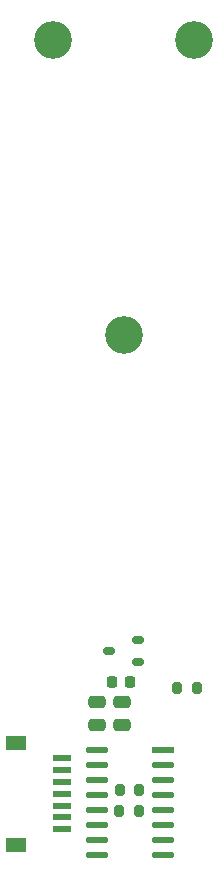
<source format=gbr>
%TF.GenerationSoftware,KiCad,Pcbnew,9.0.0*%
%TF.CreationDate,2025-02-26T19:49:16+08:00*%
%TF.ProjectId,keyboard,6b657962-6f61-4726-942e-6b696361645f,rev?*%
%TF.SameCoordinates,Original*%
%TF.FileFunction,Soldermask,Bot*%
%TF.FilePolarity,Negative*%
%FSLAX46Y46*%
G04 Gerber Fmt 4.6, Leading zero omitted, Abs format (unit mm)*
G04 Created by KiCad (PCBNEW 9.0.0) date 2025-02-26 19:49:16*
%MOMM*%
%LPD*%
G01*
G04 APERTURE LIST*
G04 Aperture macros list*
%AMRoundRect*
0 Rectangle with rounded corners*
0 $1 Rounding radius*
0 $2 $3 $4 $5 $6 $7 $8 $9 X,Y pos of 4 corners*
0 Add a 4 corners polygon primitive as box body*
4,1,4,$2,$3,$4,$5,$6,$7,$8,$9,$2,$3,0*
0 Add four circle primitives for the rounded corners*
1,1,$1+$1,$2,$3*
1,1,$1+$1,$4,$5*
1,1,$1+$1,$6,$7*
1,1,$1+$1,$8,$9*
0 Add four rect primitives between the rounded corners*
20,1,$1+$1,$2,$3,$4,$5,0*
20,1,$1+$1,$4,$5,$6,$7,0*
20,1,$1+$1,$6,$7,$8,$9,0*
20,1,$1+$1,$8,$9,$2,$3,0*%
%AMOutline5P*
0 Free polygon, 5 corners , with rotation*
0 The origin of the aperture is its center*
0 number of corners: always 5*
0 $1 to $10 corner X, Y*
0 $11 Rotation angle, in degrees counterclockwise*
0 create outline with 5 corners*
4,1,5,$1,$2,$3,$4,$5,$6,$7,$8,$9,$10,$1,$2,$11*%
%AMOutline6P*
0 Free polygon, 6 corners , with rotation*
0 The origin of the aperture is its center*
0 number of corners: always 6*
0 $1 to $12 corner X, Y*
0 $13 Rotation angle, in degrees counterclockwise*
0 create outline with 6 corners*
4,1,6,$1,$2,$3,$4,$5,$6,$7,$8,$9,$10,$11,$12,$1,$2,$13*%
%AMOutline7P*
0 Free polygon, 7 corners , with rotation*
0 The origin of the aperture is its center*
0 number of corners: always 7*
0 $1 to $14 corner X, Y*
0 $15 Rotation angle, in degrees counterclockwise*
0 create outline with 7 corners*
4,1,7,$1,$2,$3,$4,$5,$6,$7,$8,$9,$10,$11,$12,$13,$14,$1,$2,$15*%
%AMOutline8P*
0 Free polygon, 8 corners , with rotation*
0 The origin of the aperture is its center*
0 number of corners: always 8*
0 $1 to $16 corner X, Y*
0 $17 Rotation angle, in degrees counterclockwise*
0 create outline with 8 corners*
4,1,8,$1,$2,$3,$4,$5,$6,$7,$8,$9,$10,$11,$12,$13,$14,$15,$16,$1,$2,$17*%
G04 Aperture macros list end*
%ADD10RoundRect,0.200000X0.200000X0.275000X-0.200000X0.275000X-0.200000X-0.275000X0.200000X-0.275000X0*%
%ADD11RoundRect,0.250000X0.475000X-0.250000X0.475000X0.250000X-0.475000X0.250000X-0.475000X-0.250000X0*%
%ADD12RoundRect,0.225000X0.225000X0.250000X-0.225000X0.250000X-0.225000X-0.250000X0.225000X-0.250000X0*%
%ADD13C,3.200000*%
%ADD14R,1.550000X0.600000*%
%ADD15R,1.800000X1.200000*%
%ADD16RoundRect,0.175000X0.325000X0.175000X-0.325000X0.175000X-0.325000X-0.175000X0.325000X-0.175000X0*%
%ADD17R,1.828800X0.558800*%
%ADD18Outline8P,-0.279400X0.774700X-0.139700X0.914400X0.139700X0.914400X0.279400X0.774700X0.279400X-0.774700X0.139700X-0.914400X-0.139700X-0.914400X-0.279400X-0.774700X270.000000*%
G04 APERTURE END LIST*
D10*
%TO.C,R5*%
X181385000Y-88640000D03*
X179735000Y-88640000D03*
%TD*%
D11*
%TO.C,C1*%
X172910000Y-89850894D03*
X172910000Y-91750894D03*
%TD*%
D10*
%TO.C,R4*%
X176485000Y-99071750D03*
X174835000Y-99071750D03*
%TD*%
%TO.C,R3*%
X176509500Y-97279000D03*
X174859500Y-97279000D03*
%TD*%
D12*
%TO.C,C3*%
X175734106Y-88130000D03*
X174184106Y-88130000D03*
%TD*%
D13*
%TO.C,H2*%
X181200000Y-33800000D03*
%TD*%
%TO.C,H1*%
X169200000Y-33800000D03*
%TD*%
%TO.C,H3*%
X175275000Y-58775000D03*
%TD*%
D14*
%TO.C,J1*%
X169952330Y-100600000D03*
X169952330Y-99600000D03*
X169952330Y-98600000D03*
X169952330Y-97600000D03*
X169952330Y-96600000D03*
X169952330Y-95600000D03*
X169952330Y-94600000D03*
D15*
X166077330Y-101900000D03*
X166077330Y-93300000D03*
%TD*%
D11*
%TO.C,C2*%
X175030000Y-91750894D03*
X175030000Y-89850894D03*
%TD*%
D16*
%TO.C,U1*%
X176400000Y-84557500D03*
X176400000Y-86457500D03*
X174000000Y-85507500D03*
%TD*%
D17*
%TO.C,U4*%
X178562000Y-93904000D03*
D18*
X178562000Y-95174000D03*
X178562000Y-96444000D03*
X178562000Y-97714000D03*
X178562000Y-98984000D03*
X178562000Y-100254000D03*
X178562000Y-101524000D03*
X178562000Y-102794000D03*
X172974000Y-102794000D03*
X172974000Y-101524000D03*
X172974000Y-100254000D03*
X172974000Y-98984000D03*
X172974000Y-97714000D03*
X172974000Y-96444000D03*
X172974000Y-95174000D03*
X172974000Y-93904000D03*
%TD*%
M02*

</source>
